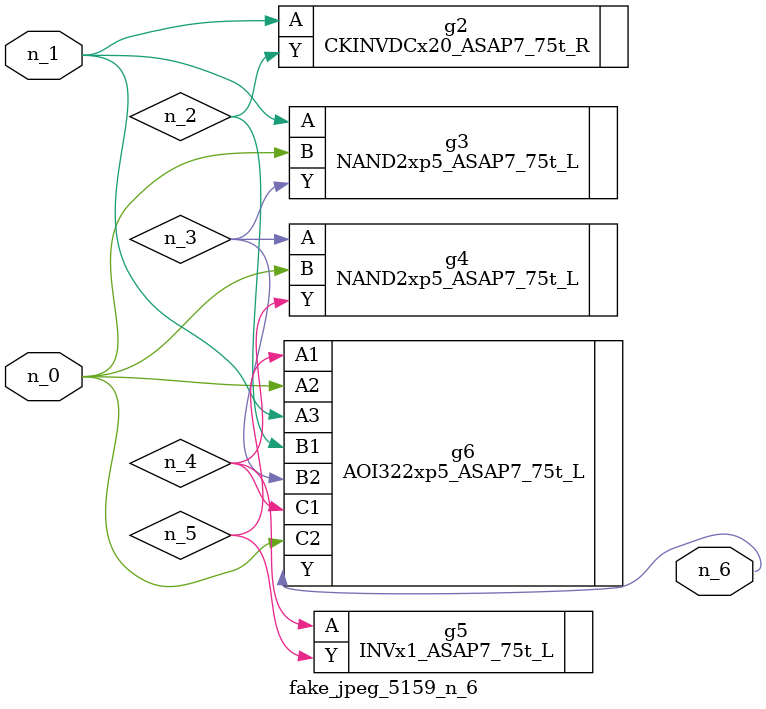
<source format=v>
module fake_jpeg_5159_n_6 (n_0, n_1, n_6);

input n_0;
input n_1;

output n_6;

wire n_3;
wire n_2;
wire n_4;
wire n_5;

CKINVDCx20_ASAP7_75t_R g2 ( 
.A(n_1),
.Y(n_2)
);

NAND2xp5_ASAP7_75t_L g3 ( 
.A(n_1),
.B(n_0),
.Y(n_3)
);

NAND2xp5_ASAP7_75t_L g4 ( 
.A(n_3),
.B(n_0),
.Y(n_4)
);

INVx1_ASAP7_75t_L g5 ( 
.A(n_4),
.Y(n_5)
);

AOI322xp5_ASAP7_75t_L g6 ( 
.A1(n_5),
.A2(n_0),
.A3(n_1),
.B1(n_2),
.B2(n_3),
.C1(n_4),
.C2(n_0),
.Y(n_6)
);


endmodule
</source>
